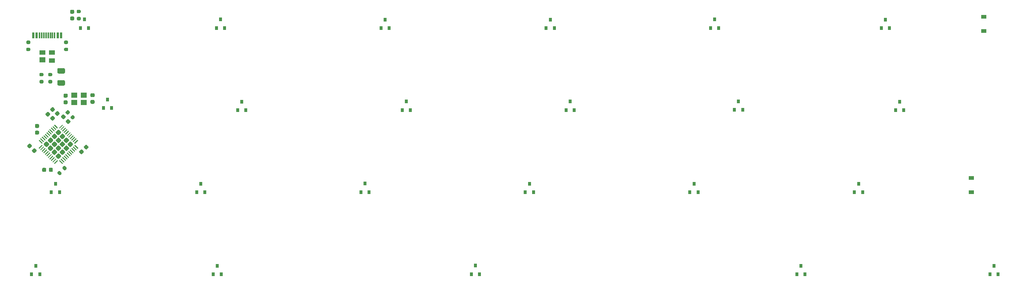
<source format=gbr>
%TF.GenerationSoftware,KiCad,Pcbnew,5.1.10-88a1d61d58~90~ubuntu20.04.1*%
%TF.CreationDate,2021-09-07T19:06:16-07:00*%
%TF.ProjectId,bkc40,626b6334-302e-46b6-9963-61645f706362,rev?*%
%TF.SameCoordinates,Original*%
%TF.FileFunction,Paste,Bot*%
%TF.FilePolarity,Positive*%
%FSLAX46Y46*%
G04 Gerber Fmt 4.6, Leading zero omitted, Abs format (unit mm)*
G04 Created by KiCad (PCBNEW 5.1.10-88a1d61d58~90~ubuntu20.04.1) date 2021-09-07 19:06:16*
%MOMM*%
%LPD*%
G01*
G04 APERTURE LIST*
%ADD10R,1.400000X1.200000*%
%ADD11R,0.300000X1.450000*%
%ADD12R,0.600000X1.450000*%
%ADD13R,1.400000X1.000000*%
%ADD14R,0.800000X0.900000*%
%ADD15R,1.200000X0.900000*%
G04 APERTURE END LIST*
%TO.C,U2*%
G36*
G01*
X145575030Y-110597463D02*
X145963940Y-110208553D01*
G75*
G02*
X146317492Y-110208553I176776J-176776D01*
G01*
X146706402Y-110597463D01*
G75*
G02*
X146706402Y-110951015I-176776J-176776D01*
G01*
X146317492Y-111339925D01*
G75*
G02*
X145963940Y-111339925I-176776J176776D01*
G01*
X145575030Y-110951015D01*
G75*
G02*
X145575030Y-110597463I176776J176776D01*
G01*
G37*
G36*
G01*
X144655792Y-111516702D02*
X145044702Y-111127792D01*
G75*
G02*
X145398254Y-111127792I176776J-176776D01*
G01*
X145787164Y-111516702D01*
G75*
G02*
X145787164Y-111870254I-176776J-176776D01*
G01*
X145398254Y-112259164D01*
G75*
G02*
X145044702Y-112259164I-176776J176776D01*
G01*
X144655792Y-111870254D01*
G75*
G02*
X144655792Y-111516702I176776J176776D01*
G01*
G37*
G36*
G01*
X143736553Y-112435941D02*
X144125463Y-112047031D01*
G75*
G02*
X144479015Y-112047031I176776J-176776D01*
G01*
X144867925Y-112435941D01*
G75*
G02*
X144867925Y-112789493I-176776J-176776D01*
G01*
X144479015Y-113178403D01*
G75*
G02*
X144125463Y-113178403I-176776J176776D01*
G01*
X143736553Y-112789493D01*
G75*
G02*
X143736553Y-112435941I176776J176776D01*
G01*
G37*
G36*
G01*
X142817314Y-113355179D02*
X143206224Y-112966269D01*
G75*
G02*
X143559776Y-112966269I176776J-176776D01*
G01*
X143948686Y-113355179D01*
G75*
G02*
X143948686Y-113708731I-176776J-176776D01*
G01*
X143559776Y-114097641D01*
G75*
G02*
X143206224Y-114097641I-176776J176776D01*
G01*
X142817314Y-113708731D01*
G75*
G02*
X142817314Y-113355179I176776J176776D01*
G01*
G37*
G36*
G01*
X144655792Y-109678224D02*
X145044702Y-109289314D01*
G75*
G02*
X145398254Y-109289314I176776J-176776D01*
G01*
X145787164Y-109678224D01*
G75*
G02*
X145787164Y-110031776I-176776J-176776D01*
G01*
X145398254Y-110420686D01*
G75*
G02*
X145044702Y-110420686I-176776J176776D01*
G01*
X144655792Y-110031776D01*
G75*
G02*
X144655792Y-109678224I176776J176776D01*
G01*
G37*
G36*
G01*
X143736553Y-110597463D02*
X144125463Y-110208553D01*
G75*
G02*
X144479015Y-110208553I176776J-176776D01*
G01*
X144867925Y-110597463D01*
G75*
G02*
X144867925Y-110951015I-176776J-176776D01*
G01*
X144479015Y-111339925D01*
G75*
G02*
X144125463Y-111339925I-176776J176776D01*
G01*
X143736553Y-110951015D01*
G75*
G02*
X143736553Y-110597463I176776J176776D01*
G01*
G37*
G36*
G01*
X142817314Y-111516702D02*
X143206224Y-111127792D01*
G75*
G02*
X143559776Y-111127792I176776J-176776D01*
G01*
X143948686Y-111516702D01*
G75*
G02*
X143948686Y-111870254I-176776J-176776D01*
G01*
X143559776Y-112259164D01*
G75*
G02*
X143206224Y-112259164I-176776J176776D01*
G01*
X142817314Y-111870254D01*
G75*
G02*
X142817314Y-111516702I176776J176776D01*
G01*
G37*
G36*
G01*
X141898075Y-112435941D02*
X142286985Y-112047031D01*
G75*
G02*
X142640537Y-112047031I176776J-176776D01*
G01*
X143029447Y-112435941D01*
G75*
G02*
X143029447Y-112789493I-176776J-176776D01*
G01*
X142640537Y-113178403D01*
G75*
G02*
X142286985Y-113178403I-176776J176776D01*
G01*
X141898075Y-112789493D01*
G75*
G02*
X141898075Y-112435941I176776J176776D01*
G01*
G37*
G36*
G01*
X143736553Y-108758985D02*
X144125463Y-108370075D01*
G75*
G02*
X144479015Y-108370075I176776J-176776D01*
G01*
X144867925Y-108758985D01*
G75*
G02*
X144867925Y-109112537I-176776J-176776D01*
G01*
X144479015Y-109501447D01*
G75*
G02*
X144125463Y-109501447I-176776J176776D01*
G01*
X143736553Y-109112537D01*
G75*
G02*
X143736553Y-108758985I176776J176776D01*
G01*
G37*
G36*
G01*
X142817314Y-109678224D02*
X143206224Y-109289314D01*
G75*
G02*
X143559776Y-109289314I176776J-176776D01*
G01*
X143948686Y-109678224D01*
G75*
G02*
X143948686Y-110031776I-176776J-176776D01*
G01*
X143559776Y-110420686D01*
G75*
G02*
X143206224Y-110420686I-176776J176776D01*
G01*
X142817314Y-110031776D01*
G75*
G02*
X142817314Y-109678224I176776J176776D01*
G01*
G37*
G36*
G01*
X141898075Y-110597463D02*
X142286985Y-110208553D01*
G75*
G02*
X142640537Y-110208553I176776J-176776D01*
G01*
X143029447Y-110597463D01*
G75*
G02*
X143029447Y-110951015I-176776J-176776D01*
G01*
X142640537Y-111339925D01*
G75*
G02*
X142286985Y-111339925I-176776J176776D01*
G01*
X141898075Y-110951015D01*
G75*
G02*
X141898075Y-110597463I176776J176776D01*
G01*
G37*
G36*
G01*
X140978836Y-111516702D02*
X141367746Y-111127792D01*
G75*
G02*
X141721298Y-111127792I176776J-176776D01*
G01*
X142110208Y-111516702D01*
G75*
G02*
X142110208Y-111870254I-176776J-176776D01*
G01*
X141721298Y-112259164D01*
G75*
G02*
X141367746Y-112259164I-176776J176776D01*
G01*
X140978836Y-111870254D01*
G75*
G02*
X140978836Y-111516702I176776J176776D01*
G01*
G37*
G36*
G01*
X142817314Y-107839747D02*
X143206224Y-107450837D01*
G75*
G02*
X143559776Y-107450837I176776J-176776D01*
G01*
X143948686Y-107839747D01*
G75*
G02*
X143948686Y-108193299I-176776J-176776D01*
G01*
X143559776Y-108582209D01*
G75*
G02*
X143206224Y-108582209I-176776J176776D01*
G01*
X142817314Y-108193299D01*
G75*
G02*
X142817314Y-107839747I176776J176776D01*
G01*
G37*
G36*
G01*
X141898075Y-108758985D02*
X142286985Y-108370075D01*
G75*
G02*
X142640537Y-108370075I176776J-176776D01*
G01*
X143029447Y-108758985D01*
G75*
G02*
X143029447Y-109112537I-176776J-176776D01*
G01*
X142640537Y-109501447D01*
G75*
G02*
X142286985Y-109501447I-176776J176776D01*
G01*
X141898075Y-109112537D01*
G75*
G02*
X141898075Y-108758985I176776J176776D01*
G01*
G37*
G36*
G01*
X140978836Y-109678224D02*
X141367746Y-109289314D01*
G75*
G02*
X141721298Y-109289314I176776J-176776D01*
G01*
X142110208Y-109678224D01*
G75*
G02*
X142110208Y-110031776I-176776J-176776D01*
G01*
X141721298Y-110420686D01*
G75*
G02*
X141367746Y-110420686I-176776J176776D01*
G01*
X140978836Y-110031776D01*
G75*
G02*
X140978836Y-109678224I176776J176776D01*
G01*
G37*
G36*
G01*
X140059598Y-110597463D02*
X140448508Y-110208553D01*
G75*
G02*
X140802060Y-110208553I176776J-176776D01*
G01*
X141190970Y-110597463D01*
G75*
G02*
X141190970Y-110951015I-176776J-176776D01*
G01*
X140802060Y-111339925D01*
G75*
G02*
X140448508Y-111339925I-176776J176776D01*
G01*
X140059598Y-110951015D01*
G75*
G02*
X140059598Y-110597463I176776J176776D01*
G01*
G37*
G36*
G01*
X138831000Y-111613929D02*
X139502752Y-110942177D01*
G75*
G02*
X139591140Y-110942177I44194J-44194D01*
G01*
X139679528Y-111030565D01*
G75*
G02*
X139679528Y-111118953I-44194J-44194D01*
G01*
X139007776Y-111790705D01*
G75*
G02*
X138919388Y-111790705I-44194J44194D01*
G01*
X138831000Y-111702317D01*
G75*
G02*
X138831000Y-111613929I44194J44194D01*
G01*
G37*
G36*
G01*
X139184554Y-111967482D02*
X139856306Y-111295730D01*
G75*
G02*
X139944694Y-111295730I44194J-44194D01*
G01*
X140033082Y-111384118D01*
G75*
G02*
X140033082Y-111472506I-44194J-44194D01*
G01*
X139361330Y-112144258D01*
G75*
G02*
X139272942Y-112144258I-44194J44194D01*
G01*
X139184554Y-112055870D01*
G75*
G02*
X139184554Y-111967482I44194J44194D01*
G01*
G37*
G36*
G01*
X139538107Y-112321036D02*
X140209859Y-111649284D01*
G75*
G02*
X140298247Y-111649284I44194J-44194D01*
G01*
X140386635Y-111737672D01*
G75*
G02*
X140386635Y-111826060I-44194J-44194D01*
G01*
X139714883Y-112497812D01*
G75*
G02*
X139626495Y-112497812I-44194J44194D01*
G01*
X139538107Y-112409424D01*
G75*
G02*
X139538107Y-112321036I44194J44194D01*
G01*
G37*
G36*
G01*
X139891660Y-112674589D02*
X140563412Y-112002837D01*
G75*
G02*
X140651800Y-112002837I44194J-44194D01*
G01*
X140740188Y-112091225D01*
G75*
G02*
X140740188Y-112179613I-44194J-44194D01*
G01*
X140068436Y-112851365D01*
G75*
G02*
X139980048Y-112851365I-44194J44194D01*
G01*
X139891660Y-112762977D01*
G75*
G02*
X139891660Y-112674589I44194J44194D01*
G01*
G37*
G36*
G01*
X140245214Y-113028142D02*
X140916966Y-112356390D01*
G75*
G02*
X141005354Y-112356390I44194J-44194D01*
G01*
X141093742Y-112444778D01*
G75*
G02*
X141093742Y-112533166I-44194J-44194D01*
G01*
X140421990Y-113204918D01*
G75*
G02*
X140333602Y-113204918I-44194J44194D01*
G01*
X140245214Y-113116530D01*
G75*
G02*
X140245214Y-113028142I44194J44194D01*
G01*
G37*
G36*
G01*
X140598767Y-113381696D02*
X141270519Y-112709944D01*
G75*
G02*
X141358907Y-112709944I44194J-44194D01*
G01*
X141447295Y-112798332D01*
G75*
G02*
X141447295Y-112886720I-44194J-44194D01*
G01*
X140775543Y-113558472D01*
G75*
G02*
X140687155Y-113558472I-44194J44194D01*
G01*
X140598767Y-113470084D01*
G75*
G02*
X140598767Y-113381696I44194J44194D01*
G01*
G37*
G36*
G01*
X140952321Y-113735249D02*
X141624073Y-113063497D01*
G75*
G02*
X141712461Y-113063497I44194J-44194D01*
G01*
X141800849Y-113151885D01*
G75*
G02*
X141800849Y-113240273I-44194J-44194D01*
G01*
X141129097Y-113912025D01*
G75*
G02*
X141040709Y-113912025I-44194J44194D01*
G01*
X140952321Y-113823637D01*
G75*
G02*
X140952321Y-113735249I44194J44194D01*
G01*
G37*
G36*
G01*
X141305874Y-114088803D02*
X141977626Y-113417051D01*
G75*
G02*
X142066014Y-113417051I44194J-44194D01*
G01*
X142154402Y-113505439D01*
G75*
G02*
X142154402Y-113593827I-44194J-44194D01*
G01*
X141482650Y-114265579D01*
G75*
G02*
X141394262Y-114265579I-44194J44194D01*
G01*
X141305874Y-114177191D01*
G75*
G02*
X141305874Y-114088803I44194J44194D01*
G01*
G37*
G36*
G01*
X141659427Y-114442356D02*
X142331179Y-113770604D01*
G75*
G02*
X142419567Y-113770604I44194J-44194D01*
G01*
X142507955Y-113858992D01*
G75*
G02*
X142507955Y-113947380I-44194J-44194D01*
G01*
X141836203Y-114619132D01*
G75*
G02*
X141747815Y-114619132I-44194J44194D01*
G01*
X141659427Y-114530744D01*
G75*
G02*
X141659427Y-114442356I44194J44194D01*
G01*
G37*
G36*
G01*
X142012981Y-114795909D02*
X142684733Y-114124157D01*
G75*
G02*
X142773121Y-114124157I44194J-44194D01*
G01*
X142861509Y-114212545D01*
G75*
G02*
X142861509Y-114300933I-44194J-44194D01*
G01*
X142189757Y-114972685D01*
G75*
G02*
X142101369Y-114972685I-44194J44194D01*
G01*
X142012981Y-114884297D01*
G75*
G02*
X142012981Y-114795909I44194J44194D01*
G01*
G37*
G36*
G01*
X142366534Y-115149463D02*
X143038286Y-114477711D01*
G75*
G02*
X143126674Y-114477711I44194J-44194D01*
G01*
X143215062Y-114566099D01*
G75*
G02*
X143215062Y-114654487I-44194J-44194D01*
G01*
X142543310Y-115326239D01*
G75*
G02*
X142454922Y-115326239I-44194J44194D01*
G01*
X142366534Y-115237851D01*
G75*
G02*
X142366534Y-115149463I44194J44194D01*
G01*
G37*
G36*
G01*
X143550938Y-114566099D02*
X143639326Y-114477711D01*
G75*
G02*
X143727714Y-114477711I44194J-44194D01*
G01*
X144399466Y-115149463D01*
G75*
G02*
X144399466Y-115237851I-44194J-44194D01*
G01*
X144311078Y-115326239D01*
G75*
G02*
X144222690Y-115326239I-44194J44194D01*
G01*
X143550938Y-114654487D01*
G75*
G02*
X143550938Y-114566099I44194J44194D01*
G01*
G37*
G36*
G01*
X143904491Y-114212545D02*
X143992879Y-114124157D01*
G75*
G02*
X144081267Y-114124157I44194J-44194D01*
G01*
X144753019Y-114795909D01*
G75*
G02*
X144753019Y-114884297I-44194J-44194D01*
G01*
X144664631Y-114972685D01*
G75*
G02*
X144576243Y-114972685I-44194J44194D01*
G01*
X143904491Y-114300933D01*
G75*
G02*
X143904491Y-114212545I44194J44194D01*
G01*
G37*
G36*
G01*
X144258045Y-113858992D02*
X144346433Y-113770604D01*
G75*
G02*
X144434821Y-113770604I44194J-44194D01*
G01*
X145106573Y-114442356D01*
G75*
G02*
X145106573Y-114530744I-44194J-44194D01*
G01*
X145018185Y-114619132D01*
G75*
G02*
X144929797Y-114619132I-44194J44194D01*
G01*
X144258045Y-113947380D01*
G75*
G02*
X144258045Y-113858992I44194J44194D01*
G01*
G37*
G36*
G01*
X144611598Y-113505439D02*
X144699986Y-113417051D01*
G75*
G02*
X144788374Y-113417051I44194J-44194D01*
G01*
X145460126Y-114088803D01*
G75*
G02*
X145460126Y-114177191I-44194J-44194D01*
G01*
X145371738Y-114265579D01*
G75*
G02*
X145283350Y-114265579I-44194J44194D01*
G01*
X144611598Y-113593827D01*
G75*
G02*
X144611598Y-113505439I44194J44194D01*
G01*
G37*
G36*
G01*
X144965151Y-113151885D02*
X145053539Y-113063497D01*
G75*
G02*
X145141927Y-113063497I44194J-44194D01*
G01*
X145813679Y-113735249D01*
G75*
G02*
X145813679Y-113823637I-44194J-44194D01*
G01*
X145725291Y-113912025D01*
G75*
G02*
X145636903Y-113912025I-44194J44194D01*
G01*
X144965151Y-113240273D01*
G75*
G02*
X144965151Y-113151885I44194J44194D01*
G01*
G37*
G36*
G01*
X145318705Y-112798332D02*
X145407093Y-112709944D01*
G75*
G02*
X145495481Y-112709944I44194J-44194D01*
G01*
X146167233Y-113381696D01*
G75*
G02*
X146167233Y-113470084I-44194J-44194D01*
G01*
X146078845Y-113558472D01*
G75*
G02*
X145990457Y-113558472I-44194J44194D01*
G01*
X145318705Y-112886720D01*
G75*
G02*
X145318705Y-112798332I44194J44194D01*
G01*
G37*
G36*
G01*
X145672258Y-112444778D02*
X145760646Y-112356390D01*
G75*
G02*
X145849034Y-112356390I44194J-44194D01*
G01*
X146520786Y-113028142D01*
G75*
G02*
X146520786Y-113116530I-44194J-44194D01*
G01*
X146432398Y-113204918D01*
G75*
G02*
X146344010Y-113204918I-44194J44194D01*
G01*
X145672258Y-112533166D01*
G75*
G02*
X145672258Y-112444778I44194J44194D01*
G01*
G37*
G36*
G01*
X146025812Y-112091225D02*
X146114200Y-112002837D01*
G75*
G02*
X146202588Y-112002837I44194J-44194D01*
G01*
X146874340Y-112674589D01*
G75*
G02*
X146874340Y-112762977I-44194J-44194D01*
G01*
X146785952Y-112851365D01*
G75*
G02*
X146697564Y-112851365I-44194J44194D01*
G01*
X146025812Y-112179613D01*
G75*
G02*
X146025812Y-112091225I44194J44194D01*
G01*
G37*
G36*
G01*
X146379365Y-111737672D02*
X146467753Y-111649284D01*
G75*
G02*
X146556141Y-111649284I44194J-44194D01*
G01*
X147227893Y-112321036D01*
G75*
G02*
X147227893Y-112409424I-44194J-44194D01*
G01*
X147139505Y-112497812D01*
G75*
G02*
X147051117Y-112497812I-44194J44194D01*
G01*
X146379365Y-111826060D01*
G75*
G02*
X146379365Y-111737672I44194J44194D01*
G01*
G37*
G36*
G01*
X146732918Y-111384118D02*
X146821306Y-111295730D01*
G75*
G02*
X146909694Y-111295730I44194J-44194D01*
G01*
X147581446Y-111967482D01*
G75*
G02*
X147581446Y-112055870I-44194J-44194D01*
G01*
X147493058Y-112144258D01*
G75*
G02*
X147404670Y-112144258I-44194J44194D01*
G01*
X146732918Y-111472506D01*
G75*
G02*
X146732918Y-111384118I44194J44194D01*
G01*
G37*
G36*
G01*
X147086472Y-111030565D02*
X147174860Y-110942177D01*
G75*
G02*
X147263248Y-110942177I44194J-44194D01*
G01*
X147935000Y-111613929D01*
G75*
G02*
X147935000Y-111702317I-44194J-44194D01*
G01*
X147846612Y-111790705D01*
G75*
G02*
X147758224Y-111790705I-44194J44194D01*
G01*
X147086472Y-111118953D01*
G75*
G02*
X147086472Y-111030565I44194J44194D01*
G01*
G37*
G36*
G01*
X147086472Y-110429525D02*
X147758224Y-109757773D01*
G75*
G02*
X147846612Y-109757773I44194J-44194D01*
G01*
X147935000Y-109846161D01*
G75*
G02*
X147935000Y-109934549I-44194J-44194D01*
G01*
X147263248Y-110606301D01*
G75*
G02*
X147174860Y-110606301I-44194J44194D01*
G01*
X147086472Y-110517913D01*
G75*
G02*
X147086472Y-110429525I44194J44194D01*
G01*
G37*
G36*
G01*
X146732918Y-110075972D02*
X147404670Y-109404220D01*
G75*
G02*
X147493058Y-109404220I44194J-44194D01*
G01*
X147581446Y-109492608D01*
G75*
G02*
X147581446Y-109580996I-44194J-44194D01*
G01*
X146909694Y-110252748D01*
G75*
G02*
X146821306Y-110252748I-44194J44194D01*
G01*
X146732918Y-110164360D01*
G75*
G02*
X146732918Y-110075972I44194J44194D01*
G01*
G37*
G36*
G01*
X146379365Y-109722418D02*
X147051117Y-109050666D01*
G75*
G02*
X147139505Y-109050666I44194J-44194D01*
G01*
X147227893Y-109139054D01*
G75*
G02*
X147227893Y-109227442I-44194J-44194D01*
G01*
X146556141Y-109899194D01*
G75*
G02*
X146467753Y-109899194I-44194J44194D01*
G01*
X146379365Y-109810806D01*
G75*
G02*
X146379365Y-109722418I44194J44194D01*
G01*
G37*
G36*
G01*
X146025812Y-109368865D02*
X146697564Y-108697113D01*
G75*
G02*
X146785952Y-108697113I44194J-44194D01*
G01*
X146874340Y-108785501D01*
G75*
G02*
X146874340Y-108873889I-44194J-44194D01*
G01*
X146202588Y-109545641D01*
G75*
G02*
X146114200Y-109545641I-44194J44194D01*
G01*
X146025812Y-109457253D01*
G75*
G02*
X146025812Y-109368865I44194J44194D01*
G01*
G37*
G36*
G01*
X145672258Y-109015312D02*
X146344010Y-108343560D01*
G75*
G02*
X146432398Y-108343560I44194J-44194D01*
G01*
X146520786Y-108431948D01*
G75*
G02*
X146520786Y-108520336I-44194J-44194D01*
G01*
X145849034Y-109192088D01*
G75*
G02*
X145760646Y-109192088I-44194J44194D01*
G01*
X145672258Y-109103700D01*
G75*
G02*
X145672258Y-109015312I44194J44194D01*
G01*
G37*
G36*
G01*
X145318705Y-108661758D02*
X145990457Y-107990006D01*
G75*
G02*
X146078845Y-107990006I44194J-44194D01*
G01*
X146167233Y-108078394D01*
G75*
G02*
X146167233Y-108166782I-44194J-44194D01*
G01*
X145495481Y-108838534D01*
G75*
G02*
X145407093Y-108838534I-44194J44194D01*
G01*
X145318705Y-108750146D01*
G75*
G02*
X145318705Y-108661758I44194J44194D01*
G01*
G37*
G36*
G01*
X144965151Y-108308205D02*
X145636903Y-107636453D01*
G75*
G02*
X145725291Y-107636453I44194J-44194D01*
G01*
X145813679Y-107724841D01*
G75*
G02*
X145813679Y-107813229I-44194J-44194D01*
G01*
X145141927Y-108484981D01*
G75*
G02*
X145053539Y-108484981I-44194J44194D01*
G01*
X144965151Y-108396593D01*
G75*
G02*
X144965151Y-108308205I44194J44194D01*
G01*
G37*
G36*
G01*
X144611598Y-107954651D02*
X145283350Y-107282899D01*
G75*
G02*
X145371738Y-107282899I44194J-44194D01*
G01*
X145460126Y-107371287D01*
G75*
G02*
X145460126Y-107459675I-44194J-44194D01*
G01*
X144788374Y-108131427D01*
G75*
G02*
X144699986Y-108131427I-44194J44194D01*
G01*
X144611598Y-108043039D01*
G75*
G02*
X144611598Y-107954651I44194J44194D01*
G01*
G37*
G36*
G01*
X144258045Y-107601098D02*
X144929797Y-106929346D01*
G75*
G02*
X145018185Y-106929346I44194J-44194D01*
G01*
X145106573Y-107017734D01*
G75*
G02*
X145106573Y-107106122I-44194J-44194D01*
G01*
X144434821Y-107777874D01*
G75*
G02*
X144346433Y-107777874I-44194J44194D01*
G01*
X144258045Y-107689486D01*
G75*
G02*
X144258045Y-107601098I44194J44194D01*
G01*
G37*
G36*
G01*
X143904491Y-107247545D02*
X144576243Y-106575793D01*
G75*
G02*
X144664631Y-106575793I44194J-44194D01*
G01*
X144753019Y-106664181D01*
G75*
G02*
X144753019Y-106752569I-44194J-44194D01*
G01*
X144081267Y-107424321D01*
G75*
G02*
X143992879Y-107424321I-44194J44194D01*
G01*
X143904491Y-107335933D01*
G75*
G02*
X143904491Y-107247545I44194J44194D01*
G01*
G37*
G36*
G01*
X143550938Y-106893991D02*
X144222690Y-106222239D01*
G75*
G02*
X144311078Y-106222239I44194J-44194D01*
G01*
X144399466Y-106310627D01*
G75*
G02*
X144399466Y-106399015I-44194J-44194D01*
G01*
X143727714Y-107070767D01*
G75*
G02*
X143639326Y-107070767I-44194J44194D01*
G01*
X143550938Y-106982379D01*
G75*
G02*
X143550938Y-106893991I44194J44194D01*
G01*
G37*
G36*
G01*
X142366534Y-106310627D02*
X142454922Y-106222239D01*
G75*
G02*
X142543310Y-106222239I44194J-44194D01*
G01*
X143215062Y-106893991D01*
G75*
G02*
X143215062Y-106982379I-44194J-44194D01*
G01*
X143126674Y-107070767D01*
G75*
G02*
X143038286Y-107070767I-44194J44194D01*
G01*
X142366534Y-106399015D01*
G75*
G02*
X142366534Y-106310627I44194J44194D01*
G01*
G37*
G36*
G01*
X142012981Y-106664181D02*
X142101369Y-106575793D01*
G75*
G02*
X142189757Y-106575793I44194J-44194D01*
G01*
X142861509Y-107247545D01*
G75*
G02*
X142861509Y-107335933I-44194J-44194D01*
G01*
X142773121Y-107424321D01*
G75*
G02*
X142684733Y-107424321I-44194J44194D01*
G01*
X142012981Y-106752569D01*
G75*
G02*
X142012981Y-106664181I44194J44194D01*
G01*
G37*
G36*
G01*
X141659427Y-107017734D02*
X141747815Y-106929346D01*
G75*
G02*
X141836203Y-106929346I44194J-44194D01*
G01*
X142507955Y-107601098D01*
G75*
G02*
X142507955Y-107689486I-44194J-44194D01*
G01*
X142419567Y-107777874D01*
G75*
G02*
X142331179Y-107777874I-44194J44194D01*
G01*
X141659427Y-107106122D01*
G75*
G02*
X141659427Y-107017734I44194J44194D01*
G01*
G37*
G36*
G01*
X141305874Y-107371287D02*
X141394262Y-107282899D01*
G75*
G02*
X141482650Y-107282899I44194J-44194D01*
G01*
X142154402Y-107954651D01*
G75*
G02*
X142154402Y-108043039I-44194J-44194D01*
G01*
X142066014Y-108131427D01*
G75*
G02*
X141977626Y-108131427I-44194J44194D01*
G01*
X141305874Y-107459675D01*
G75*
G02*
X141305874Y-107371287I44194J44194D01*
G01*
G37*
G36*
G01*
X140952321Y-107724841D02*
X141040709Y-107636453D01*
G75*
G02*
X141129097Y-107636453I44194J-44194D01*
G01*
X141800849Y-108308205D01*
G75*
G02*
X141800849Y-108396593I-44194J-44194D01*
G01*
X141712461Y-108484981D01*
G75*
G02*
X141624073Y-108484981I-44194J44194D01*
G01*
X140952321Y-107813229D01*
G75*
G02*
X140952321Y-107724841I44194J44194D01*
G01*
G37*
G36*
G01*
X140598767Y-108078394D02*
X140687155Y-107990006D01*
G75*
G02*
X140775543Y-107990006I44194J-44194D01*
G01*
X141447295Y-108661758D01*
G75*
G02*
X141447295Y-108750146I-44194J-44194D01*
G01*
X141358907Y-108838534D01*
G75*
G02*
X141270519Y-108838534I-44194J44194D01*
G01*
X140598767Y-108166782D01*
G75*
G02*
X140598767Y-108078394I44194J44194D01*
G01*
G37*
G36*
G01*
X140245214Y-108431948D02*
X140333602Y-108343560D01*
G75*
G02*
X140421990Y-108343560I44194J-44194D01*
G01*
X141093742Y-109015312D01*
G75*
G02*
X141093742Y-109103700I-44194J-44194D01*
G01*
X141005354Y-109192088D01*
G75*
G02*
X140916966Y-109192088I-44194J44194D01*
G01*
X140245214Y-108520336D01*
G75*
G02*
X140245214Y-108431948I44194J44194D01*
G01*
G37*
G36*
G01*
X139891660Y-108785501D02*
X139980048Y-108697113D01*
G75*
G02*
X140068436Y-108697113I44194J-44194D01*
G01*
X140740188Y-109368865D01*
G75*
G02*
X140740188Y-109457253I-44194J-44194D01*
G01*
X140651800Y-109545641D01*
G75*
G02*
X140563412Y-109545641I-44194J44194D01*
G01*
X139891660Y-108873889D01*
G75*
G02*
X139891660Y-108785501I44194J44194D01*
G01*
G37*
G36*
G01*
X139538107Y-109139054D02*
X139626495Y-109050666D01*
G75*
G02*
X139714883Y-109050666I44194J-44194D01*
G01*
X140386635Y-109722418D01*
G75*
G02*
X140386635Y-109810806I-44194J-44194D01*
G01*
X140298247Y-109899194D01*
G75*
G02*
X140209859Y-109899194I-44194J44194D01*
G01*
X139538107Y-109227442D01*
G75*
G02*
X139538107Y-109139054I44194J44194D01*
G01*
G37*
G36*
G01*
X139184554Y-109492608D02*
X139272942Y-109404220D01*
G75*
G02*
X139361330Y-109404220I44194J-44194D01*
G01*
X140033082Y-110075972D01*
G75*
G02*
X140033082Y-110164360I-44194J-44194D01*
G01*
X139944694Y-110252748D01*
G75*
G02*
X139856306Y-110252748I-44194J44194D01*
G01*
X139184554Y-109580996D01*
G75*
G02*
X139184554Y-109492608I44194J44194D01*
G01*
G37*
G36*
G01*
X138831000Y-109846161D02*
X138919388Y-109757773D01*
G75*
G02*
X139007776Y-109757773I44194J-44194D01*
G01*
X139679528Y-110429525D01*
G75*
G02*
X139679528Y-110517913I-44194J-44194D01*
G01*
X139591140Y-110606301D01*
G75*
G02*
X139502752Y-110606301I-44194J44194D01*
G01*
X138831000Y-109934549D01*
G75*
G02*
X138831000Y-109846161I44194J44194D01*
G01*
G37*
%TD*%
D10*
%TO.C,Y1*%
X149281408Y-99382013D03*
X147081408Y-99382013D03*
X147081408Y-101082013D03*
X149281408Y-101082013D03*
%TD*%
D11*
%TO.C,USB1*%
X140503000Y-85471000D03*
X141003000Y-85471000D03*
X141503000Y-85471000D03*
X140003000Y-85471000D03*
X142003000Y-85471000D03*
X139503000Y-85471000D03*
X142503000Y-85471000D03*
X139003000Y-85471000D03*
D12*
X138303000Y-85471000D03*
X143203000Y-85471000D03*
X137528000Y-85471000D03*
X143978000Y-85471000D03*
%TD*%
%TO.C,R7*%
G36*
G01*
X148357000Y-80347000D02*
X147807000Y-80347000D01*
G75*
G02*
X147607000Y-80147000I0J200000D01*
G01*
X147607000Y-79747000D01*
G75*
G02*
X147807000Y-79547000I200000J0D01*
G01*
X148357000Y-79547000D01*
G75*
G02*
X148557000Y-79747000I0J-200000D01*
G01*
X148557000Y-80147000D01*
G75*
G02*
X148357000Y-80347000I-200000J0D01*
G01*
G37*
G36*
G01*
X148357000Y-81997000D02*
X147807000Y-81997000D01*
G75*
G02*
X147607000Y-81797000I0J200000D01*
G01*
X147607000Y-81397000D01*
G75*
G02*
X147807000Y-81197000I200000J0D01*
G01*
X148357000Y-81197000D01*
G75*
G02*
X148557000Y-81397000I0J-200000D01*
G01*
X148557000Y-81797000D01*
G75*
G02*
X148357000Y-81997000I-200000J0D01*
G01*
G37*
%TD*%
%TO.C,R6*%
G36*
G01*
X145436000Y-87522000D02*
X144886000Y-87522000D01*
G75*
G02*
X144686000Y-87322000I0J200000D01*
G01*
X144686000Y-86922000D01*
G75*
G02*
X144886000Y-86722000I200000J0D01*
G01*
X145436000Y-86722000D01*
G75*
G02*
X145636000Y-86922000I0J-200000D01*
G01*
X145636000Y-87322000D01*
G75*
G02*
X145436000Y-87522000I-200000J0D01*
G01*
G37*
G36*
G01*
X145436000Y-89172000D02*
X144886000Y-89172000D01*
G75*
G02*
X144686000Y-88972000I0J200000D01*
G01*
X144686000Y-88572000D01*
G75*
G02*
X144886000Y-88372000I200000J0D01*
G01*
X145436000Y-88372000D01*
G75*
G02*
X145636000Y-88572000I0J-200000D01*
G01*
X145636000Y-88972000D01*
G75*
G02*
X145436000Y-89172000I-200000J0D01*
G01*
G37*
%TD*%
%TO.C,R5*%
G36*
G01*
X136673000Y-87522000D02*
X136123000Y-87522000D01*
G75*
G02*
X135923000Y-87322000I0J200000D01*
G01*
X135923000Y-86922000D01*
G75*
G02*
X136123000Y-86722000I200000J0D01*
G01*
X136673000Y-86722000D01*
G75*
G02*
X136873000Y-86922000I0J-200000D01*
G01*
X136873000Y-87322000D01*
G75*
G02*
X136673000Y-87522000I-200000J0D01*
G01*
G37*
G36*
G01*
X136673000Y-89172000D02*
X136123000Y-89172000D01*
G75*
G02*
X135923000Y-88972000I0J200000D01*
G01*
X135923000Y-88572000D01*
G75*
G02*
X136123000Y-88372000I200000J0D01*
G01*
X136673000Y-88372000D01*
G75*
G02*
X136873000Y-88572000I0J-200000D01*
G01*
X136873000Y-88972000D01*
G75*
G02*
X136673000Y-89172000I-200000J0D01*
G01*
G37*
%TD*%
%TO.C,R4*%
G36*
G01*
X144715338Y-116785571D02*
X144326429Y-116396662D01*
G75*
G02*
X144326429Y-116113820I141421J141421D01*
G01*
X144609272Y-115830977D01*
G75*
G02*
X144892114Y-115830977I141421J-141421D01*
G01*
X145281023Y-116219886D01*
G75*
G02*
X145281023Y-116502728I-141421J-141421D01*
G01*
X144998180Y-116785571D01*
G75*
G02*
X144715338Y-116785571I-141421J141421D01*
G01*
G37*
G36*
G01*
X143548612Y-117952297D02*
X143159703Y-117563388D01*
G75*
G02*
X143159703Y-117280546I141421J141421D01*
G01*
X143442546Y-116997703D01*
G75*
G02*
X143725388Y-116997703I141421J-141421D01*
G01*
X144114297Y-117386612D01*
G75*
G02*
X144114297Y-117669454I-141421J-141421D01*
G01*
X143831454Y-117952297D01*
G75*
G02*
X143548612Y-117952297I-141421J141421D01*
G01*
G37*
%TD*%
%TO.C,R3*%
G36*
G01*
X141753000Y-95016000D02*
X141203000Y-95016000D01*
G75*
G02*
X141003000Y-94816000I0J200000D01*
G01*
X141003000Y-94416000D01*
G75*
G02*
X141203000Y-94216000I200000J0D01*
G01*
X141753000Y-94216000D01*
G75*
G02*
X141953000Y-94416000I0J-200000D01*
G01*
X141953000Y-94816000D01*
G75*
G02*
X141753000Y-95016000I-200000J0D01*
G01*
G37*
G36*
G01*
X141753000Y-96666000D02*
X141203000Y-96666000D01*
G75*
G02*
X141003000Y-96466000I0J200000D01*
G01*
X141003000Y-96066000D01*
G75*
G02*
X141203000Y-95866000I200000J0D01*
G01*
X141753000Y-95866000D01*
G75*
G02*
X141953000Y-96066000I0J-200000D01*
G01*
X141953000Y-96466000D01*
G75*
G02*
X141753000Y-96666000I-200000J0D01*
G01*
G37*
%TD*%
%TO.C,R2*%
G36*
G01*
X139721000Y-95015000D02*
X139171000Y-95015000D01*
G75*
G02*
X138971000Y-94815000I0J200000D01*
G01*
X138971000Y-94415000D01*
G75*
G02*
X139171000Y-94215000I200000J0D01*
G01*
X139721000Y-94215000D01*
G75*
G02*
X139921000Y-94415000I0J-200000D01*
G01*
X139921000Y-94815000D01*
G75*
G02*
X139721000Y-95015000I-200000J0D01*
G01*
G37*
G36*
G01*
X139721000Y-96665000D02*
X139171000Y-96665000D01*
G75*
G02*
X138971000Y-96465000I0J200000D01*
G01*
X138971000Y-96065000D01*
G75*
G02*
X139171000Y-95865000I200000J0D01*
G01*
X139721000Y-95865000D01*
G75*
G02*
X139921000Y-96065000I0J-200000D01*
G01*
X139921000Y-96465000D01*
G75*
G02*
X139721000Y-96665000I-200000J0D01*
G01*
G37*
%TD*%
%TO.C,R1*%
G36*
G01*
X145995571Y-103442662D02*
X145606662Y-103831571D01*
G75*
G02*
X145323820Y-103831571I-141421J141421D01*
G01*
X145040977Y-103548728D01*
G75*
G02*
X145040977Y-103265886I141421J141421D01*
G01*
X145429886Y-102876977D01*
G75*
G02*
X145712728Y-102876977I141421J-141421D01*
G01*
X145995571Y-103159820D01*
G75*
G02*
X145995571Y-103442662I-141421J-141421D01*
G01*
G37*
G36*
G01*
X147162297Y-104609388D02*
X146773388Y-104998297D01*
G75*
G02*
X146490546Y-104998297I-141421J141421D01*
G01*
X146207703Y-104715454D01*
G75*
G02*
X146207703Y-104432612I141421J141421D01*
G01*
X146596612Y-104043703D01*
G75*
G02*
X146879454Y-104043703I141421J-141421D01*
G01*
X147162297Y-104326546D01*
G75*
G02*
X147162297Y-104609388I-141421J-141421D01*
G01*
G37*
%TD*%
%TO.C,F1*%
G36*
G01*
X144643000Y-94345001D02*
X143393000Y-94345001D01*
G75*
G02*
X143143000Y-94095001I0J250000D01*
G01*
X143143000Y-93345001D01*
G75*
G02*
X143393000Y-93095001I250000J0D01*
G01*
X144643000Y-93095001D01*
G75*
G02*
X144893000Y-93345001I0J-250000D01*
G01*
X144893000Y-94095001D01*
G75*
G02*
X144643000Y-94345001I-250000J0D01*
G01*
G37*
G36*
G01*
X144643000Y-97145001D02*
X143393000Y-97145001D01*
G75*
G02*
X143143000Y-96895001I0J250000D01*
G01*
X143143000Y-96145001D01*
G75*
G02*
X143393000Y-95895001I250000J0D01*
G01*
X144643000Y-95895001D01*
G75*
G02*
X144893000Y-96145001I0J-250000D01*
G01*
X144893000Y-96895001D01*
G75*
G02*
X144643000Y-97145001I-250000J0D01*
G01*
G37*
%TD*%
D13*
%TO.C,D14*%
X141859000Y-91374000D03*
X141859000Y-89474000D03*
X139659000Y-89474000D03*
D10*
X139659000Y-91194000D03*
%TD*%
%TO.C,C10*%
G36*
G01*
X146808000Y-80460000D02*
X146308000Y-80460000D01*
G75*
G02*
X146083000Y-80235000I0J225000D01*
G01*
X146083000Y-79785000D01*
G75*
G02*
X146308000Y-79560000I225000J0D01*
G01*
X146808000Y-79560000D01*
G75*
G02*
X147033000Y-79785000I0J-225000D01*
G01*
X147033000Y-80235000D01*
G75*
G02*
X146808000Y-80460000I-225000J0D01*
G01*
G37*
G36*
G01*
X146808000Y-82010000D02*
X146308000Y-82010000D01*
G75*
G02*
X146083000Y-81785000I0J225000D01*
G01*
X146083000Y-81335000D01*
G75*
G02*
X146308000Y-81110000I225000J0D01*
G01*
X146808000Y-81110000D01*
G75*
G02*
X147033000Y-81335000I0J-225000D01*
G01*
X147033000Y-81785000D01*
G75*
G02*
X146808000Y-82010000I-225000J0D01*
G01*
G37*
%TD*%
%TO.C,C9*%
G36*
G01*
X141884587Y-103197967D02*
X141531033Y-102844413D01*
G75*
G02*
X141531033Y-102526215I159099J159099D01*
G01*
X141849231Y-102208017D01*
G75*
G02*
X142167429Y-102208017I159099J-159099D01*
G01*
X142520983Y-102561571D01*
G75*
G02*
X142520983Y-102879769I-159099J-159099D01*
G01*
X142202785Y-103197967D01*
G75*
G02*
X141884587Y-103197967I-159099J159099D01*
G01*
G37*
G36*
G01*
X140788571Y-104293983D02*
X140435017Y-103940429D01*
G75*
G02*
X140435017Y-103622231I159099J159099D01*
G01*
X140753215Y-103304033D01*
G75*
G02*
X141071413Y-103304033I159099J-159099D01*
G01*
X141424967Y-103657587D01*
G75*
G02*
X141424967Y-103975785I-159099J-159099D01*
G01*
X141106769Y-104293983D01*
G75*
G02*
X140788571Y-104293983I-159099J159099D01*
G01*
G37*
%TD*%
%TO.C,C8*%
G36*
G01*
X144799408Y-100583013D02*
X145299408Y-100583013D01*
G75*
G02*
X145524408Y-100808013I0J-225000D01*
G01*
X145524408Y-101258013D01*
G75*
G02*
X145299408Y-101483013I-225000J0D01*
G01*
X144799408Y-101483013D01*
G75*
G02*
X144574408Y-101258013I0J225000D01*
G01*
X144574408Y-100808013D01*
G75*
G02*
X144799408Y-100583013I225000J0D01*
G01*
G37*
G36*
G01*
X144799408Y-99033013D02*
X145299408Y-99033013D01*
G75*
G02*
X145524408Y-99258013I0J-225000D01*
G01*
X145524408Y-99708013D01*
G75*
G02*
X145299408Y-99933013I-225000J0D01*
G01*
X144799408Y-99933013D01*
G75*
G02*
X144574408Y-99708013I0J225000D01*
G01*
X144574408Y-99258013D01*
G75*
G02*
X144799408Y-99033013I225000J0D01*
G01*
G37*
%TD*%
%TO.C,C7*%
G36*
G01*
X151522408Y-99832012D02*
X151022408Y-99832012D01*
G75*
G02*
X150797408Y-99607012I0J225000D01*
G01*
X150797408Y-99157012D01*
G75*
G02*
X151022408Y-98932012I225000J0D01*
G01*
X151522408Y-98932012D01*
G75*
G02*
X151747408Y-99157012I0J-225000D01*
G01*
X151747408Y-99607012D01*
G75*
G02*
X151522408Y-99832012I-225000J0D01*
G01*
G37*
G36*
G01*
X151522408Y-101382012D02*
X151022408Y-101382012D01*
G75*
G02*
X150797408Y-101157012I0J225000D01*
G01*
X150797408Y-100707012D01*
G75*
G02*
X151022408Y-100482012I225000J0D01*
G01*
X151522408Y-100482012D01*
G75*
G02*
X151747408Y-100707012I0J-225000D01*
G01*
X151747408Y-101157012D01*
G75*
G02*
X151522408Y-101382012I-225000J0D01*
G01*
G37*
%TD*%
%TO.C,C6*%
G36*
G01*
X142987579Y-104126975D02*
X142634025Y-103773421D01*
G75*
G02*
X142634025Y-103455223I159099J159099D01*
G01*
X142952223Y-103137025D01*
G75*
G02*
X143270421Y-103137025I159099J-159099D01*
G01*
X143623975Y-103490579D01*
G75*
G02*
X143623975Y-103808777I-159099J-159099D01*
G01*
X143305777Y-104126975D01*
G75*
G02*
X142987579Y-104126975I-159099J159099D01*
G01*
G37*
G36*
G01*
X141891563Y-105222991D02*
X141538009Y-104869437D01*
G75*
G02*
X141538009Y-104551239I159099J159099D01*
G01*
X141856207Y-104233041D01*
G75*
G02*
X142174405Y-104233041I159099J-159099D01*
G01*
X142527959Y-104586595D01*
G75*
G02*
X142527959Y-104904793I-159099J-159099D01*
G01*
X142209761Y-105222991D01*
G75*
G02*
X141891563Y-105222991I-159099J159099D01*
G01*
G37*
%TD*%
%TO.C,C5*%
G36*
G01*
X145020975Y-104535421D02*
X144667421Y-104888975D01*
G75*
G02*
X144349223Y-104888975I-159099J159099D01*
G01*
X144031025Y-104570777D01*
G75*
G02*
X144031025Y-104252579I159099J159099D01*
G01*
X144384579Y-103899025D01*
G75*
G02*
X144702777Y-103899025I159099J-159099D01*
G01*
X145020975Y-104217223D01*
G75*
G02*
X145020975Y-104535421I-159099J-159099D01*
G01*
G37*
G36*
G01*
X146116991Y-105631437D02*
X145763437Y-105984991D01*
G75*
G02*
X145445239Y-105984991I-159099J159099D01*
G01*
X145127041Y-105666793D01*
G75*
G02*
X145127041Y-105348595I159099J159099D01*
G01*
X145480595Y-104995041D01*
G75*
G02*
X145798793Y-104995041I159099J-159099D01*
G01*
X146116991Y-105313239D01*
G75*
G02*
X146116991Y-105631437I-159099J-159099D01*
G01*
G37*
%TD*%
%TO.C,C4*%
G36*
G01*
X138680000Y-106977000D02*
X138180000Y-106977000D01*
G75*
G02*
X137955000Y-106752000I0J225000D01*
G01*
X137955000Y-106302000D01*
G75*
G02*
X138180000Y-106077000I225000J0D01*
G01*
X138680000Y-106077000D01*
G75*
G02*
X138905000Y-106302000I0J-225000D01*
G01*
X138905000Y-106752000D01*
G75*
G02*
X138680000Y-106977000I-225000J0D01*
G01*
G37*
G36*
G01*
X138680000Y-108527000D02*
X138180000Y-108527000D01*
G75*
G02*
X137955000Y-108302000I0J225000D01*
G01*
X137955000Y-107852000D01*
G75*
G02*
X138180000Y-107627000I225000J0D01*
G01*
X138680000Y-107627000D01*
G75*
G02*
X138905000Y-107852000I0J-225000D01*
G01*
X138905000Y-108302000D01*
G75*
G02*
X138680000Y-108527000I-225000J0D01*
G01*
G37*
%TD*%
%TO.C,C3*%
G36*
G01*
X140531000Y-116463000D02*
X140531000Y-116963000D01*
G75*
G02*
X140306000Y-117188000I-225000J0D01*
G01*
X139856000Y-117188000D01*
G75*
G02*
X139631000Y-116963000I0J225000D01*
G01*
X139631000Y-116463000D01*
G75*
G02*
X139856000Y-116238000I225000J0D01*
G01*
X140306000Y-116238000D01*
G75*
G02*
X140531000Y-116463000I0J-225000D01*
G01*
G37*
G36*
G01*
X142081000Y-116463000D02*
X142081000Y-116963000D01*
G75*
G02*
X141856000Y-117188000I-225000J0D01*
G01*
X141406000Y-117188000D01*
G75*
G02*
X141181000Y-116963000I0J225000D01*
G01*
X141181000Y-116463000D01*
G75*
G02*
X141406000Y-116238000I225000J0D01*
G01*
X141856000Y-116238000D01*
G75*
G02*
X142081000Y-116463000I0J-225000D01*
G01*
G37*
%TD*%
%TO.C,C2*%
G36*
G01*
X137193959Y-111313405D02*
X136840405Y-111666959D01*
G75*
G02*
X136522207Y-111666959I-159099J159099D01*
G01*
X136204009Y-111348761D01*
G75*
G02*
X136204009Y-111030563I159099J159099D01*
G01*
X136557563Y-110677009D01*
G75*
G02*
X136875761Y-110677009I159099J-159099D01*
G01*
X137193959Y-110995207D01*
G75*
G02*
X137193959Y-111313405I-159099J-159099D01*
G01*
G37*
G36*
G01*
X138289975Y-112409421D02*
X137936421Y-112762975D01*
G75*
G02*
X137618223Y-112762975I-159099J159099D01*
G01*
X137300025Y-112444777D01*
G75*
G02*
X137300025Y-112126579I159099J159099D01*
G01*
X137653579Y-111773025D01*
G75*
G02*
X137971777Y-111773025I159099J-159099D01*
G01*
X138289975Y-112091223D01*
G75*
G02*
X138289975Y-112409421I-159099J-159099D01*
G01*
G37*
%TD*%
%TO.C,C1*%
G36*
G01*
X149671595Y-111920959D02*
X149318041Y-111567405D01*
G75*
G02*
X149318041Y-111249207I159099J159099D01*
G01*
X149636239Y-110931009D01*
G75*
G02*
X149954437Y-110931009I159099J-159099D01*
G01*
X150307991Y-111284563D01*
G75*
G02*
X150307991Y-111602761I-159099J-159099D01*
G01*
X149989793Y-111920959D01*
G75*
G02*
X149671595Y-111920959I-159099J159099D01*
G01*
G37*
G36*
G01*
X148575579Y-113016975D02*
X148222025Y-112663421D01*
G75*
G02*
X148222025Y-112345223I159099J159099D01*
G01*
X148540223Y-112027025D01*
G75*
G02*
X148858421Y-112027025I159099J-159099D01*
G01*
X149211975Y-112380579D01*
G75*
G02*
X149211975Y-112698777I-159099J-159099D01*
G01*
X148893777Y-113016975D01*
G75*
G02*
X148575579Y-113016975I-159099J159099D01*
G01*
G37*
%TD*%
D14*
%TO.C,D26*%
X359984000Y-138970000D03*
X359034000Y-140970000D03*
X360934000Y-140970000D03*
%TD*%
%TO.C,D25*%
X315275000Y-138970000D03*
X314325000Y-140970000D03*
X316225000Y-140970000D03*
%TD*%
%TO.C,D24*%
X239903000Y-138938000D03*
X238953000Y-140938000D03*
X240853000Y-140938000D03*
%TD*%
%TO.C,D23*%
X180147000Y-138970000D03*
X179197000Y-140970000D03*
X181097000Y-140970000D03*
%TD*%
%TO.C,D22*%
X138115000Y-138970000D03*
X137165000Y-140970000D03*
X139065000Y-140970000D03*
%TD*%
D15*
%TO.C,D21*%
X354711000Y-121918000D03*
X354711000Y-118618000D03*
%TD*%
D14*
%TO.C,D20*%
X328615000Y-119920000D03*
X327665000Y-121920000D03*
X329565000Y-121920000D03*
%TD*%
%TO.C,D19*%
X290515000Y-119920000D03*
X289565000Y-121920000D03*
X291465000Y-121920000D03*
%TD*%
%TO.C,D18*%
X252415000Y-119920000D03*
X251465000Y-121920000D03*
X253365000Y-121920000D03*
%TD*%
%TO.C,D17*%
X214376000Y-119904000D03*
X213426000Y-121904000D03*
X215326000Y-121904000D03*
%TD*%
%TO.C,D16*%
X176337000Y-119920000D03*
X175387000Y-121920000D03*
X177287000Y-121920000D03*
%TD*%
%TO.C,D15*%
X142687000Y-119920000D03*
X141737000Y-121920000D03*
X143637000Y-121920000D03*
%TD*%
%TO.C,D13*%
X338140000Y-100870000D03*
X337190000Y-102870000D03*
X339090000Y-102870000D03*
%TD*%
%TO.C,D12*%
X300831250Y-100806250D03*
X299881250Y-102806250D03*
X301781250Y-102806250D03*
%TD*%
%TO.C,D11*%
X261874000Y-100854000D03*
X260924000Y-102854000D03*
X262824000Y-102854000D03*
%TD*%
%TO.C,D10*%
X223901000Y-100854000D03*
X222951000Y-102854000D03*
X224851000Y-102854000D03*
%TD*%
%TO.C,D9*%
X185801000Y-100870000D03*
X184851000Y-102870000D03*
X186751000Y-102870000D03*
%TD*%
%TO.C,D8*%
X154752000Y-100362000D03*
X153802000Y-102362000D03*
X155702000Y-102362000D03*
%TD*%
D15*
%TO.C,D7*%
X357632000Y-84455000D03*
X357632000Y-81155000D03*
%TD*%
D14*
%TO.C,D6*%
X334838000Y-81820000D03*
X333888000Y-83820000D03*
X335788000Y-83820000D03*
%TD*%
%TO.C,D5*%
X295275000Y-81804000D03*
X294325000Y-83804000D03*
X296225000Y-83804000D03*
%TD*%
%TO.C,D4*%
X257241000Y-81820000D03*
X256291000Y-83820000D03*
X258191000Y-83820000D03*
%TD*%
%TO.C,D3*%
X219014000Y-81820000D03*
X218064000Y-83820000D03*
X219964000Y-83820000D03*
%TD*%
%TO.C,D2*%
X180914000Y-81804000D03*
X179964000Y-83804000D03*
X181864000Y-83804000D03*
%TD*%
%TO.C,D1*%
X149418000Y-81804000D03*
X148468000Y-83804000D03*
X150368000Y-83804000D03*
%TD*%
M02*

</source>
